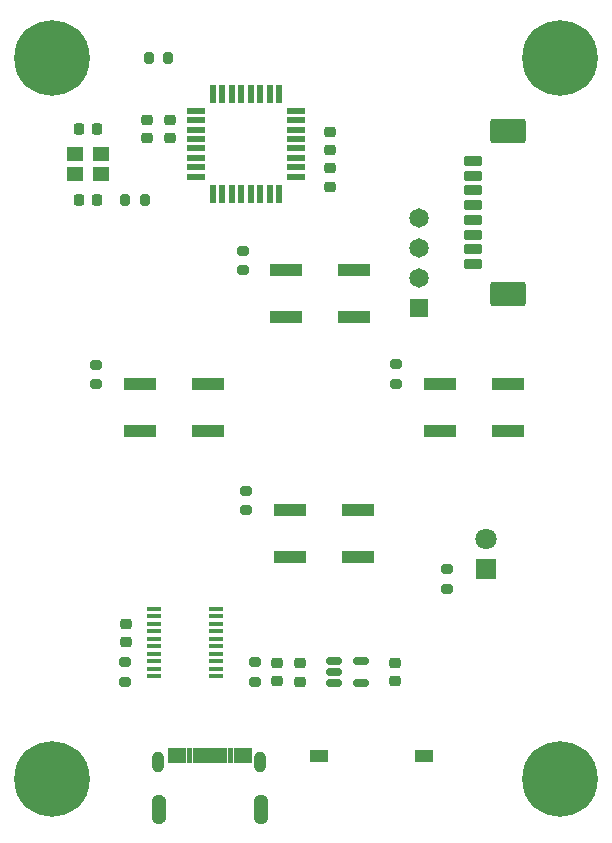
<source format=gbr>
%TF.GenerationSoftware,KiCad,Pcbnew,7.0.1*%
%TF.CreationDate,2023-06-17T09:34:49+02:00*%
%TF.ProjectId,Had_Konzole,4861645f-4b6f-46e7-9a6f-6c652e6b6963,rev?*%
%TF.SameCoordinates,Original*%
%TF.FileFunction,Soldermask,Top*%
%TF.FilePolarity,Negative*%
%FSLAX46Y46*%
G04 Gerber Fmt 4.6, Leading zero omitted, Abs format (unit mm)*
G04 Created by KiCad (PCBNEW 7.0.1) date 2023-06-17 09:34:49*
%MOMM*%
%LPD*%
G01*
G04 APERTURE LIST*
G04 Aperture macros list*
%AMRoundRect*
0 Rectangle with rounded corners*
0 $1 Rounding radius*
0 $2 $3 $4 $5 $6 $7 $8 $9 X,Y pos of 4 corners*
0 Add a 4 corners polygon primitive as box body*
4,1,4,$2,$3,$4,$5,$6,$7,$8,$9,$2,$3,0*
0 Add four circle primitives for the rounded corners*
1,1,$1+$1,$2,$3*
1,1,$1+$1,$4,$5*
1,1,$1+$1,$6,$7*
1,1,$1+$1,$8,$9*
0 Add four rect primitives between the rounded corners*
20,1,$1+$1,$2,$3,$4,$5,0*
20,1,$1+$1,$4,$5,$6,$7,0*
20,1,$1+$1,$6,$7,$8,$9,0*
20,1,$1+$1,$8,$9,$2,$3,0*%
G04 Aperture macros list end*
%ADD10C,0.010000*%
%ADD11RoundRect,0.225000X-0.250000X0.225000X-0.250000X-0.225000X0.250000X-0.225000X0.250000X0.225000X0*%
%ADD12C,6.400000*%
%ADD13RoundRect,0.200000X-0.275000X0.200000X-0.275000X-0.200000X0.275000X-0.200000X0.275000X0.200000X0*%
%ADD14RoundRect,0.225000X0.250000X-0.225000X0.250000X0.225000X-0.250000X0.225000X-0.250000X-0.225000X0*%
%ADD15R,1.800000X1.800000*%
%ADD16C,1.800000*%
%ADD17RoundRect,0.200000X0.275000X-0.200000X0.275000X0.200000X-0.275000X0.200000X-0.275000X-0.200000X0*%
%ADD18R,1.600000X0.550000*%
%ADD19R,0.550000X1.600000*%
%ADD20RoundRect,0.200000X0.600000X-0.200000X0.600000X0.200000X-0.600000X0.200000X-0.600000X-0.200000X0*%
%ADD21RoundRect,0.250001X1.249999X-0.799999X1.249999X0.799999X-1.249999X0.799999X-1.249999X-0.799999X0*%
%ADD22RoundRect,0.225000X0.225000X0.250000X-0.225000X0.250000X-0.225000X-0.250000X0.225000X-0.250000X0*%
%ADD23R,2.750000X1.000000*%
%ADD24RoundRect,0.200000X-0.200000X-0.275000X0.200000X-0.275000X0.200000X0.275000X-0.200000X0.275000X0*%
%ADD25R,1.400000X1.200000*%
%ADD26R,1.200000X0.400000*%
%ADD27RoundRect,0.200000X0.200000X0.275000X-0.200000X0.275000X-0.200000X-0.275000X0.200000X-0.275000X0*%
%ADD28RoundRect,0.218750X0.256250X-0.218750X0.256250X0.218750X-0.256250X0.218750X-0.256250X-0.218750X0*%
%ADD29R,1.500000X1.100000*%
%ADD30RoundRect,0.150000X-0.512500X-0.150000X0.512500X-0.150000X0.512500X0.150000X-0.512500X0.150000X0*%
%ADD31O,1.000000X1.800000*%
%ADD32R,1.650000X1.650000*%
%ADD33C,1.650000*%
G04 APERTURE END LIST*
%TO.C,J4*%
D10*
X155436450Y-100611450D02*
X154763550Y-100611450D01*
X154763550Y-99388550D01*
X155436450Y-99388550D01*
X155436450Y-100611450D01*
G36*
X155436450Y-100611450D02*
G01*
X154763550Y-100611450D01*
X154763550Y-99388550D01*
X155436450Y-99388550D01*
X155436450Y-100611450D01*
G37*
X156236450Y-100611450D02*
X155563550Y-100611450D01*
X155563550Y-99388550D01*
X156236450Y-99388550D01*
X156236450Y-100611450D01*
G36*
X156236450Y-100611450D02*
G01*
X155563550Y-100611450D01*
X155563550Y-99388550D01*
X156236450Y-99388550D01*
X156236450Y-100611450D01*
G37*
X156736450Y-100611450D02*
X156363550Y-100611450D01*
X156363550Y-99388550D01*
X156736450Y-99388550D01*
X156736450Y-100611450D01*
G36*
X156736450Y-100611450D02*
G01*
X156363550Y-100611450D01*
X156363550Y-99388550D01*
X156736450Y-99388550D01*
X156736450Y-100611450D01*
G37*
X157236450Y-100611450D02*
X156863550Y-100611450D01*
X156863550Y-99388550D01*
X157236450Y-99388550D01*
X157236450Y-100611450D01*
G36*
X157236450Y-100611450D02*
G01*
X156863550Y-100611450D01*
X156863550Y-99388550D01*
X157236450Y-99388550D01*
X157236450Y-100611450D01*
G37*
X157736450Y-100611450D02*
X157363550Y-100611450D01*
X157363550Y-99388550D01*
X157736450Y-99388550D01*
X157736450Y-100611450D01*
G36*
X157736450Y-100611450D02*
G01*
X157363550Y-100611450D01*
X157363550Y-99388550D01*
X157736450Y-99388550D01*
X157736450Y-100611450D01*
G37*
X158236450Y-100611450D02*
X157863550Y-100611450D01*
X157863550Y-99388550D01*
X158236450Y-99388550D01*
X158236450Y-100611450D01*
G36*
X158236450Y-100611450D02*
G01*
X157863550Y-100611450D01*
X157863550Y-99388550D01*
X158236450Y-99388550D01*
X158236450Y-100611450D01*
G37*
X158736450Y-100611450D02*
X158363550Y-100611450D01*
X158363550Y-99388550D01*
X158736450Y-99388550D01*
X158736450Y-100611450D01*
G36*
X158736450Y-100611450D02*
G01*
X158363550Y-100611450D01*
X158363550Y-99388550D01*
X158736450Y-99388550D01*
X158736450Y-100611450D01*
G37*
X159236450Y-100611450D02*
X158863550Y-100611450D01*
X158863550Y-99388550D01*
X159236450Y-99388550D01*
X159236450Y-100611450D01*
G36*
X159236450Y-100611450D02*
G01*
X158863550Y-100611450D01*
X158863550Y-99388550D01*
X159236450Y-99388550D01*
X159236450Y-100611450D01*
G37*
X159736450Y-100611450D02*
X159363550Y-100611450D01*
X159363550Y-99388550D01*
X159736450Y-99388550D01*
X159736450Y-100611450D01*
G36*
X159736450Y-100611450D02*
G01*
X159363550Y-100611450D01*
X159363550Y-99388550D01*
X159736450Y-99388550D01*
X159736450Y-100611450D01*
G37*
X160236450Y-100611450D02*
X159863550Y-100611450D01*
X159863550Y-99388550D01*
X160236450Y-99388550D01*
X160236450Y-100611450D01*
G36*
X160236450Y-100611450D02*
G01*
X159863550Y-100611450D01*
X159863550Y-99388550D01*
X160236450Y-99388550D01*
X160236450Y-100611450D01*
G37*
X161036450Y-100611450D02*
X160363550Y-100611450D01*
X160363550Y-99388550D01*
X161036450Y-99388550D01*
X161036450Y-100611450D01*
G36*
X161036450Y-100611450D02*
G01*
X160363550Y-100611450D01*
X160363550Y-99388550D01*
X161036450Y-99388550D01*
X161036450Y-100611450D01*
G37*
X161836450Y-100611450D02*
X161163550Y-100611450D01*
X161163550Y-99388550D01*
X161836450Y-99388550D01*
X161836450Y-100611450D01*
G36*
X161836450Y-100611450D02*
G01*
X161163550Y-100611450D01*
X161163550Y-99388550D01*
X161836450Y-99388550D01*
X161836450Y-100611450D01*
G37*
X154010000Y-103400000D02*
X154040000Y-103402000D01*
X154070000Y-103406000D01*
X154100000Y-103411000D01*
X154129000Y-103418000D01*
X154158000Y-103427000D01*
X154186000Y-103437000D01*
X154214000Y-103449000D01*
X154242000Y-103462000D01*
X154268000Y-103476000D01*
X154294000Y-103492000D01*
X154319000Y-103509000D01*
X154343000Y-103527000D01*
X154366000Y-103547000D01*
X154387000Y-103568000D01*
X154408000Y-103589000D01*
X154428000Y-103612000D01*
X154446000Y-103636000D01*
X154463000Y-103661000D01*
X154479000Y-103687000D01*
X154493000Y-103713000D01*
X154506000Y-103741000D01*
X154518000Y-103769000D01*
X154528000Y-103797000D01*
X154537000Y-103826000D01*
X154544000Y-103855000D01*
X154549000Y-103885000D01*
X154553000Y-103915000D01*
X154555000Y-103945000D01*
X154556000Y-103975000D01*
X154556000Y-105175000D01*
X154555000Y-105205000D01*
X154553000Y-105235000D01*
X154549000Y-105265000D01*
X154544000Y-105295000D01*
X154537000Y-105324000D01*
X154528000Y-105353000D01*
X154518000Y-105381000D01*
X154506000Y-105409000D01*
X154493000Y-105437000D01*
X154479000Y-105463000D01*
X154463000Y-105489000D01*
X154446000Y-105514000D01*
X154428000Y-105538000D01*
X154408000Y-105561000D01*
X154387000Y-105582000D01*
X154366000Y-105603000D01*
X154343000Y-105623000D01*
X154319000Y-105641000D01*
X154294000Y-105658000D01*
X154268000Y-105674000D01*
X154242000Y-105688000D01*
X154214000Y-105701000D01*
X154186000Y-105713000D01*
X154158000Y-105723000D01*
X154129000Y-105732000D01*
X154100000Y-105739000D01*
X154070000Y-105744000D01*
X154040000Y-105748000D01*
X154010000Y-105750000D01*
X153980000Y-105751000D01*
X153950000Y-105750000D01*
X153920000Y-105748000D01*
X153890000Y-105744000D01*
X153860000Y-105739000D01*
X153831000Y-105732000D01*
X153802000Y-105723000D01*
X153774000Y-105713000D01*
X153746000Y-105701000D01*
X153718000Y-105688000D01*
X153692000Y-105674000D01*
X153666000Y-105658000D01*
X153641000Y-105641000D01*
X153617000Y-105623000D01*
X153594000Y-105603000D01*
X153573000Y-105582000D01*
X153552000Y-105561000D01*
X153532000Y-105538000D01*
X153514000Y-105514000D01*
X153497000Y-105489000D01*
X153481000Y-105463000D01*
X153467000Y-105437000D01*
X153454000Y-105409000D01*
X153442000Y-105381000D01*
X153432000Y-105353000D01*
X153423000Y-105324000D01*
X153416000Y-105295000D01*
X153411000Y-105265000D01*
X153407000Y-105235000D01*
X153405000Y-105205000D01*
X153404000Y-105175000D01*
X153403800Y-103975000D01*
X153404000Y-103975000D01*
X153405000Y-103945000D01*
X153407000Y-103915000D01*
X153411000Y-103885000D01*
X153416000Y-103855000D01*
X153423000Y-103826000D01*
X153432000Y-103797000D01*
X153442000Y-103769000D01*
X153454000Y-103741000D01*
X153467000Y-103713000D01*
X153481000Y-103687000D01*
X153497000Y-103661000D01*
X153514000Y-103636000D01*
X153532000Y-103612000D01*
X153552000Y-103589000D01*
X153573000Y-103568000D01*
X153594000Y-103547000D01*
X153617000Y-103527000D01*
X153641000Y-103509000D01*
X153666000Y-103492000D01*
X153692000Y-103476000D01*
X153718000Y-103462000D01*
X153746000Y-103449000D01*
X153774000Y-103437000D01*
X153802000Y-103427000D01*
X153831000Y-103418000D01*
X153860000Y-103411000D01*
X153890000Y-103406000D01*
X153920000Y-103402000D01*
X153950000Y-103400000D01*
X153980000Y-103399000D01*
X154010000Y-103400000D01*
G36*
X154010000Y-103400000D02*
G01*
X154040000Y-103402000D01*
X154070000Y-103406000D01*
X154100000Y-103411000D01*
X154129000Y-103418000D01*
X154158000Y-103427000D01*
X154186000Y-103437000D01*
X154214000Y-103449000D01*
X154242000Y-103462000D01*
X154268000Y-103476000D01*
X154294000Y-103492000D01*
X154319000Y-103509000D01*
X154343000Y-103527000D01*
X154366000Y-103547000D01*
X154387000Y-103568000D01*
X154408000Y-103589000D01*
X154428000Y-103612000D01*
X154446000Y-103636000D01*
X154463000Y-103661000D01*
X154479000Y-103687000D01*
X154493000Y-103713000D01*
X154506000Y-103741000D01*
X154518000Y-103769000D01*
X154528000Y-103797000D01*
X154537000Y-103826000D01*
X154544000Y-103855000D01*
X154549000Y-103885000D01*
X154553000Y-103915000D01*
X154555000Y-103945000D01*
X154556000Y-103975000D01*
X154556000Y-105175000D01*
X154555000Y-105205000D01*
X154553000Y-105235000D01*
X154549000Y-105265000D01*
X154544000Y-105295000D01*
X154537000Y-105324000D01*
X154528000Y-105353000D01*
X154518000Y-105381000D01*
X154506000Y-105409000D01*
X154493000Y-105437000D01*
X154479000Y-105463000D01*
X154463000Y-105489000D01*
X154446000Y-105514000D01*
X154428000Y-105538000D01*
X154408000Y-105561000D01*
X154387000Y-105582000D01*
X154366000Y-105603000D01*
X154343000Y-105623000D01*
X154319000Y-105641000D01*
X154294000Y-105658000D01*
X154268000Y-105674000D01*
X154242000Y-105688000D01*
X154214000Y-105701000D01*
X154186000Y-105713000D01*
X154158000Y-105723000D01*
X154129000Y-105732000D01*
X154100000Y-105739000D01*
X154070000Y-105744000D01*
X154040000Y-105748000D01*
X154010000Y-105750000D01*
X153980000Y-105751000D01*
X153950000Y-105750000D01*
X153920000Y-105748000D01*
X153890000Y-105744000D01*
X153860000Y-105739000D01*
X153831000Y-105732000D01*
X153802000Y-105723000D01*
X153774000Y-105713000D01*
X153746000Y-105701000D01*
X153718000Y-105688000D01*
X153692000Y-105674000D01*
X153666000Y-105658000D01*
X153641000Y-105641000D01*
X153617000Y-105623000D01*
X153594000Y-105603000D01*
X153573000Y-105582000D01*
X153552000Y-105561000D01*
X153532000Y-105538000D01*
X153514000Y-105514000D01*
X153497000Y-105489000D01*
X153481000Y-105463000D01*
X153467000Y-105437000D01*
X153454000Y-105409000D01*
X153442000Y-105381000D01*
X153432000Y-105353000D01*
X153423000Y-105324000D01*
X153416000Y-105295000D01*
X153411000Y-105265000D01*
X153407000Y-105235000D01*
X153405000Y-105205000D01*
X153404000Y-105175000D01*
X153403800Y-103975000D01*
X153404000Y-103975000D01*
X153405000Y-103945000D01*
X153407000Y-103915000D01*
X153411000Y-103885000D01*
X153416000Y-103855000D01*
X153423000Y-103826000D01*
X153432000Y-103797000D01*
X153442000Y-103769000D01*
X153454000Y-103741000D01*
X153467000Y-103713000D01*
X153481000Y-103687000D01*
X153497000Y-103661000D01*
X153514000Y-103636000D01*
X153532000Y-103612000D01*
X153552000Y-103589000D01*
X153573000Y-103568000D01*
X153594000Y-103547000D01*
X153617000Y-103527000D01*
X153641000Y-103509000D01*
X153666000Y-103492000D01*
X153692000Y-103476000D01*
X153718000Y-103462000D01*
X153746000Y-103449000D01*
X153774000Y-103437000D01*
X153802000Y-103427000D01*
X153831000Y-103418000D01*
X153860000Y-103411000D01*
X153890000Y-103406000D01*
X153920000Y-103402000D01*
X153950000Y-103400000D01*
X153980000Y-103399000D01*
X154010000Y-103400000D01*
G37*
X162650000Y-103400000D02*
X162680000Y-103402000D01*
X162710000Y-103406000D01*
X162740000Y-103411000D01*
X162769000Y-103418000D01*
X162798000Y-103427000D01*
X162826000Y-103437000D01*
X162854000Y-103449000D01*
X162882000Y-103462000D01*
X162908000Y-103476000D01*
X162934000Y-103492000D01*
X162959000Y-103509000D01*
X162983000Y-103527000D01*
X163006000Y-103547000D01*
X163027000Y-103568000D01*
X163048000Y-103589000D01*
X163068000Y-103612000D01*
X163086000Y-103636000D01*
X163103000Y-103661000D01*
X163119000Y-103687000D01*
X163133000Y-103713000D01*
X163146000Y-103741000D01*
X163158000Y-103769000D01*
X163168000Y-103797000D01*
X163177000Y-103826000D01*
X163184000Y-103855000D01*
X163189000Y-103885000D01*
X163193000Y-103915000D01*
X163195000Y-103945000D01*
X163196000Y-103975000D01*
X163196000Y-105175000D01*
X163195000Y-105205000D01*
X163193000Y-105235000D01*
X163189000Y-105265000D01*
X163184000Y-105295000D01*
X163177000Y-105324000D01*
X163168000Y-105353000D01*
X163158000Y-105381000D01*
X163146000Y-105409000D01*
X163133000Y-105437000D01*
X163119000Y-105463000D01*
X163103000Y-105489000D01*
X163086000Y-105514000D01*
X163068000Y-105538000D01*
X163048000Y-105561000D01*
X163027000Y-105582000D01*
X163006000Y-105603000D01*
X162983000Y-105623000D01*
X162959000Y-105641000D01*
X162934000Y-105658000D01*
X162908000Y-105674000D01*
X162882000Y-105688000D01*
X162854000Y-105701000D01*
X162826000Y-105713000D01*
X162798000Y-105723000D01*
X162769000Y-105732000D01*
X162740000Y-105739000D01*
X162710000Y-105744000D01*
X162680000Y-105748000D01*
X162650000Y-105750000D01*
X162620000Y-105751000D01*
X162590000Y-105750000D01*
X162560000Y-105748000D01*
X162530000Y-105744000D01*
X162500000Y-105739000D01*
X162471000Y-105732000D01*
X162442000Y-105723000D01*
X162414000Y-105713000D01*
X162386000Y-105701000D01*
X162358000Y-105688000D01*
X162332000Y-105674000D01*
X162306000Y-105658000D01*
X162281000Y-105641000D01*
X162257000Y-105623000D01*
X162234000Y-105603000D01*
X162213000Y-105582000D01*
X162192000Y-105561000D01*
X162172000Y-105538000D01*
X162154000Y-105514000D01*
X162137000Y-105489000D01*
X162121000Y-105463000D01*
X162107000Y-105437000D01*
X162094000Y-105409000D01*
X162082000Y-105381000D01*
X162072000Y-105353000D01*
X162063000Y-105324000D01*
X162056000Y-105295000D01*
X162051000Y-105265000D01*
X162047000Y-105235000D01*
X162045000Y-105205000D01*
X162044000Y-105175000D01*
X162043800Y-103975000D01*
X162044000Y-103975000D01*
X162045000Y-103945000D01*
X162047000Y-103915000D01*
X162051000Y-103885000D01*
X162056000Y-103855000D01*
X162063000Y-103826000D01*
X162072000Y-103797000D01*
X162082000Y-103769000D01*
X162094000Y-103741000D01*
X162107000Y-103713000D01*
X162121000Y-103687000D01*
X162137000Y-103661000D01*
X162154000Y-103636000D01*
X162172000Y-103612000D01*
X162192000Y-103589000D01*
X162213000Y-103568000D01*
X162234000Y-103547000D01*
X162257000Y-103527000D01*
X162281000Y-103509000D01*
X162306000Y-103492000D01*
X162332000Y-103476000D01*
X162358000Y-103462000D01*
X162386000Y-103449000D01*
X162414000Y-103437000D01*
X162442000Y-103427000D01*
X162471000Y-103418000D01*
X162500000Y-103411000D01*
X162530000Y-103406000D01*
X162560000Y-103402000D01*
X162590000Y-103400000D01*
X162620000Y-103399000D01*
X162650000Y-103400000D01*
G36*
X162650000Y-103400000D02*
G01*
X162680000Y-103402000D01*
X162710000Y-103406000D01*
X162740000Y-103411000D01*
X162769000Y-103418000D01*
X162798000Y-103427000D01*
X162826000Y-103437000D01*
X162854000Y-103449000D01*
X162882000Y-103462000D01*
X162908000Y-103476000D01*
X162934000Y-103492000D01*
X162959000Y-103509000D01*
X162983000Y-103527000D01*
X163006000Y-103547000D01*
X163027000Y-103568000D01*
X163048000Y-103589000D01*
X163068000Y-103612000D01*
X163086000Y-103636000D01*
X163103000Y-103661000D01*
X163119000Y-103687000D01*
X163133000Y-103713000D01*
X163146000Y-103741000D01*
X163158000Y-103769000D01*
X163168000Y-103797000D01*
X163177000Y-103826000D01*
X163184000Y-103855000D01*
X163189000Y-103885000D01*
X163193000Y-103915000D01*
X163195000Y-103945000D01*
X163196000Y-103975000D01*
X163196000Y-105175000D01*
X163195000Y-105205000D01*
X163193000Y-105235000D01*
X163189000Y-105265000D01*
X163184000Y-105295000D01*
X163177000Y-105324000D01*
X163168000Y-105353000D01*
X163158000Y-105381000D01*
X163146000Y-105409000D01*
X163133000Y-105437000D01*
X163119000Y-105463000D01*
X163103000Y-105489000D01*
X163086000Y-105514000D01*
X163068000Y-105538000D01*
X163048000Y-105561000D01*
X163027000Y-105582000D01*
X163006000Y-105603000D01*
X162983000Y-105623000D01*
X162959000Y-105641000D01*
X162934000Y-105658000D01*
X162908000Y-105674000D01*
X162882000Y-105688000D01*
X162854000Y-105701000D01*
X162826000Y-105713000D01*
X162798000Y-105723000D01*
X162769000Y-105732000D01*
X162740000Y-105739000D01*
X162710000Y-105744000D01*
X162680000Y-105748000D01*
X162650000Y-105750000D01*
X162620000Y-105751000D01*
X162590000Y-105750000D01*
X162560000Y-105748000D01*
X162530000Y-105744000D01*
X162500000Y-105739000D01*
X162471000Y-105732000D01*
X162442000Y-105723000D01*
X162414000Y-105713000D01*
X162386000Y-105701000D01*
X162358000Y-105688000D01*
X162332000Y-105674000D01*
X162306000Y-105658000D01*
X162281000Y-105641000D01*
X162257000Y-105623000D01*
X162234000Y-105603000D01*
X162213000Y-105582000D01*
X162192000Y-105561000D01*
X162172000Y-105538000D01*
X162154000Y-105514000D01*
X162137000Y-105489000D01*
X162121000Y-105463000D01*
X162107000Y-105437000D01*
X162094000Y-105409000D01*
X162082000Y-105381000D01*
X162072000Y-105353000D01*
X162063000Y-105324000D01*
X162056000Y-105295000D01*
X162051000Y-105265000D01*
X162047000Y-105235000D01*
X162045000Y-105205000D01*
X162044000Y-105175000D01*
X162043800Y-103975000D01*
X162044000Y-103975000D01*
X162045000Y-103945000D01*
X162047000Y-103915000D01*
X162051000Y-103885000D01*
X162056000Y-103855000D01*
X162063000Y-103826000D01*
X162072000Y-103797000D01*
X162082000Y-103769000D01*
X162094000Y-103741000D01*
X162107000Y-103713000D01*
X162121000Y-103687000D01*
X162137000Y-103661000D01*
X162154000Y-103636000D01*
X162172000Y-103612000D01*
X162192000Y-103589000D01*
X162213000Y-103568000D01*
X162234000Y-103547000D01*
X162257000Y-103527000D01*
X162281000Y-103509000D01*
X162306000Y-103492000D01*
X162332000Y-103476000D01*
X162358000Y-103462000D01*
X162386000Y-103449000D01*
X162414000Y-103437000D01*
X162442000Y-103427000D01*
X162471000Y-103418000D01*
X162500000Y-103411000D01*
X162530000Y-103406000D01*
X162560000Y-103402000D01*
X162590000Y-103400000D01*
X162620000Y-103399000D01*
X162650000Y-103400000D01*
G37*
%TD*%
D11*
%TO.C,C1*%
X164000000Y-92225000D03*
X164000000Y-93775000D03*
%TD*%
%TO.C,C5*%
X168500000Y-50325000D03*
X168500000Y-51875000D03*
%TD*%
D12*
%TO.C,H1*%
X145000000Y-41000000D03*
%TD*%
D13*
%TO.C,R1*%
X178440000Y-84285000D03*
X178440000Y-85935000D03*
%TD*%
D12*
%TO.C,H3*%
X145000000Y-102000000D03*
%TD*%
D14*
%TO.C,C4*%
X155000000Y-47775000D03*
X155000000Y-46225000D03*
%TD*%
D11*
%TO.C,C2*%
X174000000Y-92225000D03*
X174000000Y-93775000D03*
%TD*%
D15*
%TO.C,D1*%
X181725000Y-84275000D03*
D16*
X181725000Y-81735000D03*
%TD*%
D17*
%TO.C,R4*%
X161120000Y-58965000D03*
X161120000Y-57315000D03*
%TD*%
%TO.C,R7*%
X161390000Y-79285000D03*
X161390000Y-77635000D03*
%TD*%
D18*
%TO.C,U1*%
X157150000Y-45450000D03*
X157150000Y-46250000D03*
X157150000Y-47050000D03*
X157150000Y-47850000D03*
X157150000Y-48650000D03*
X157150000Y-49450000D03*
X157150000Y-50250000D03*
X157150000Y-51050000D03*
D19*
X158600000Y-52500000D03*
X159400000Y-52500000D03*
X160200000Y-52500000D03*
X161000000Y-52500000D03*
X161800000Y-52500000D03*
X162600000Y-52500000D03*
X163400000Y-52500000D03*
X164200000Y-52500000D03*
D18*
X165650000Y-51050000D03*
X165650000Y-50250000D03*
X165650000Y-49450000D03*
X165650000Y-48650000D03*
X165650000Y-47850000D03*
X165650000Y-47050000D03*
X165650000Y-46250000D03*
X165650000Y-45450000D03*
D19*
X164200000Y-44000000D03*
X163400000Y-44000000D03*
X162600000Y-44000000D03*
X161800000Y-44000000D03*
X161000000Y-44000000D03*
X160200000Y-44000000D03*
X159400000Y-44000000D03*
X158600000Y-44000000D03*
%TD*%
D17*
%TO.C,R9*%
X162170000Y-93795000D03*
X162170000Y-92145000D03*
%TD*%
%TO.C,R8*%
X151190000Y-93815000D03*
X151190000Y-92165000D03*
%TD*%
D20*
%TO.C,J3*%
X180640000Y-58450000D03*
X180640000Y-57200000D03*
X180640000Y-55950000D03*
X180640000Y-54700000D03*
X180640000Y-53450000D03*
X180640000Y-52200000D03*
X180640000Y-50950000D03*
X180640000Y-49700000D03*
D21*
X183540000Y-61000000D03*
X183540000Y-47150000D03*
%TD*%
D22*
%TO.C,C7*%
X148775000Y-53000000D03*
X147225000Y-53000000D03*
%TD*%
D23*
%TO.C,SW3*%
X152400000Y-72580000D03*
X158150000Y-72580000D03*
X152400000Y-68580000D03*
X158150000Y-68580000D03*
%TD*%
D11*
%TO.C,C8*%
X151210000Y-88905000D03*
X151210000Y-90455000D03*
%TD*%
D17*
%TO.C,R5*%
X148710000Y-68595000D03*
X148710000Y-66945000D03*
%TD*%
D24*
%TO.C,R2*%
X153175000Y-41000000D03*
X154825000Y-41000000D03*
%TD*%
D23*
%TO.C,SW2*%
X165100000Y-83280000D03*
X170850000Y-83280000D03*
X165100000Y-79280000D03*
X170850000Y-79280000D03*
%TD*%
D25*
%TO.C,Y1*%
X149100000Y-49150000D03*
X146900000Y-49150000D03*
X146900000Y-50850000D03*
X149100000Y-50850000D03*
%TD*%
D23*
%TO.C,SW4*%
X177800000Y-72580000D03*
X183550000Y-72580000D03*
X177800000Y-68580000D03*
X183550000Y-68580000D03*
%TD*%
D12*
%TO.C,H2*%
X188000000Y-41000000D03*
%TD*%
D14*
%TO.C,C10*%
X168500000Y-48775000D03*
X168500000Y-47225000D03*
%TD*%
D26*
%TO.C,U2*%
X153620000Y-87632500D03*
X153620000Y-88267500D03*
X153620000Y-88902500D03*
X153620000Y-89537500D03*
X153620000Y-90172500D03*
X153620000Y-90807500D03*
X153620000Y-91442500D03*
X153620000Y-92077500D03*
X153620000Y-92712500D03*
X153620000Y-93347500D03*
X158820000Y-93347500D03*
X158820000Y-92712500D03*
X158820000Y-92077500D03*
X158820000Y-91442500D03*
X158820000Y-90807500D03*
X158820000Y-90172500D03*
X158820000Y-89537500D03*
X158820000Y-88902500D03*
X158820000Y-88267500D03*
X158820000Y-87632500D03*
%TD*%
D14*
%TO.C,C3*%
X153000000Y-47775000D03*
X153000000Y-46225000D03*
%TD*%
D23*
%TO.C,SW1*%
X164765000Y-62960000D03*
X170515000Y-62960000D03*
X164765000Y-58960000D03*
X170515000Y-58960000D03*
%TD*%
D27*
%TO.C,R3*%
X152825000Y-53000000D03*
X151175000Y-53000000D03*
%TD*%
D17*
%TO.C,R6*%
X174080000Y-68575000D03*
X174080000Y-66925000D03*
%TD*%
D28*
%TO.C,F1*%
X166000000Y-93787500D03*
X166000000Y-92212500D03*
%TD*%
D29*
%TO.C,SW5*%
X176461529Y-100074147D03*
X167561529Y-100074147D03*
%TD*%
D30*
%TO.C,U4*%
X168862500Y-92050000D03*
X168862500Y-93000000D03*
X168862500Y-93950000D03*
X171137500Y-93950000D03*
X171137500Y-92050000D03*
%TD*%
D12*
%TO.C,H4*%
X188000000Y-102000000D03*
%TD*%
D31*
%TO.C,J4*%
X153980000Y-100575000D03*
X162620000Y-100575000D03*
%TD*%
D22*
%TO.C,C6*%
X148775000Y-47000000D03*
X147225000Y-47000000D03*
%TD*%
D32*
%TO.C,J2*%
X176037500Y-62140000D03*
D33*
X176037500Y-59600000D03*
X176037500Y-57060000D03*
X176037500Y-54520000D03*
%TD*%
M02*

</source>
